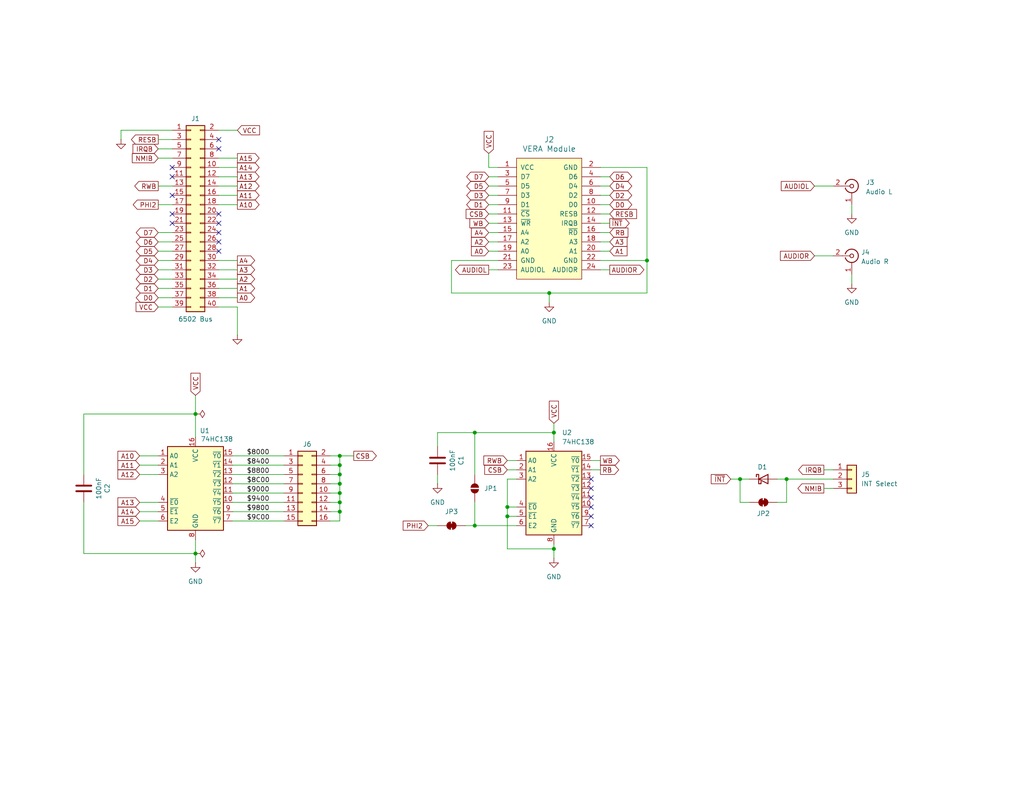
<source format=kicad_sch>
(kicad_sch (version 20250114) (generator "eeschema") (generator_version "9.0")
  (paper "USLetter")
  (title_block (title "6502 VERA Helper") (date "2025-11-04") (rev "1.0") (company "A.C. Wright Design"))
  (lib_symbols
    (symbol "6502 Parts:PJRAN1X1U02X" (pin_names (offset 1.016) (hide yes)) (in_bom no)
      (property "Reference" "J" (at 0.254 3.048 0))
      (property "Value" "PJRAN1X1U02X" (at 2.921 0 90))
      (symbol "PJRAN1X1U02X_0_1"
        (polyline (pts (xy -2.54 0) (xy -0.508 0)))
        (arc (start 1.778 0) (mid 0.222 -1.8079) (end -1.778 -0.508) (stroke (width 0.254)))
        (arc (start -1.778 0.508) (mid 0.2221 1.8084) (end 1.778 0) (stroke (width 0.254)))
        (circle (center 0 0) (radius 0.508) (stroke (width 0.2032)))
        (polyline (pts (xy 0 -2.54) (xy 0 -1.778)))
      )
      (symbol "PJRAN1X1U02X_1_1"
        (pin passive line (at -5.08 0 0) (length 2.54) (name "In") (number "2"))
        (pin passive line (at 0 -5.08 90) (length 2.54) (name "Ext") (number "1"))
      )
    )
    (symbol "6502 Parts:VERA Module" (pin_names (offset 1.016))
      (property "Reference" "J" (at 4.826 6.858 0))
      (property "Value" "VERA Module" (at 4.826 4.318 0))
      (symbol "VERA Module_1_0"
        (pin power_in line (at 0 0 0) (length 5.08) (name "VCC") (number "1"))
        (pin bidirectional line (at 0 -2.54 0) (length 5.08) (name "D7") (number "3"))
        (pin bidirectional line (at 0 -5.08 0) (length 5.08) (name "D5") (number "5"))
        (pin bidirectional line (at 0 -7.62 0) (length 5.08) (name "D3") (number "7"))
        (pin bidirectional line (at 0 -10.16 0) (length 5.08) (name "D1") (number "9"))
        (pin input line (at 0 -12.7 0) (length 5.08) (name "~{CS}") (number "11"))
        (pin input line (at 0 -15.24 0) (length 5.08) (name "~{WR}") (number "13"))
        (pin input line (at 0 -17.78 0) (length 5.08) (name "A4") (number "15"))
        (pin input line (at 0 -20.32 0) (length 5.08) (name "A2") (number "17"))
        (pin input line (at 0 -22.86 0) (length 5.08) (name "A0") (number "19"))
        (pin power_in line (at 0 -25.4 0) (length 5.08) (name "GND") (number "21"))
        (pin output line (at 0 -27.94 0) (length 5.08) (name "AUDIOL") (number "23"))
        (pin power_in line (at 27.94 0 180) (length 5.08) (name "GND") (number "2"))
        (pin bidirectional line (at 27.94 -2.54 180) (length 5.08) (name "D6") (number "4"))
        (pin bidirectional line (at 27.94 -5.08 180) (length 5.08) (name "D4") (number "6"))
        (pin bidirectional line (at 27.94 -7.62 180) (length 5.08) (name "D2") (number "8"))
        (pin bidirectional line (at 27.94 -10.16 180) (length 5.08) (name "D0") (number "10"))
        (pin input line (at 27.94 -12.7 180) (length 5.08) (name "RESB") (number "12"))
        (pin output line (at 27.94 -15.24 180) (length 5.08) (name "IRQB") (number "14"))
        (pin input line (at 27.94 -17.78 180) (length 5.08) (name "~{RD}") (number "16"))
        (pin input line (at 27.94 -20.32 180) (length 5.08) (name "A3") (number "18"))
        (pin input line (at 27.94 -22.86 180) (length 5.08) (name "A1") (number "20"))
        (pin power_in line (at 27.94 -25.4 180) (length 5.08) (name "GND") (number "22"))
        (pin output line (at 27.94 -27.94 180) (length 5.08) (name "AUDIOR") (number "24"))
      )
      (symbol "VERA Module_1_1"
        (rectangle (start 5.08 2.54) (end 22.86 -30.48) (fill (type background)))
      )
    )
    (symbol "74xx:74HC138"
      (property "Reference" "U" (at -7.62 13.97 0))
      (property "Value" "74HC138" (at 2.54 -11.43 0))
      (symbol "74HC138_0_1"
        (rectangle (start -7.62 12.7) (end 7.62 -10.16) (stroke (width 0.254)) (fill (type background)))
      )
      (symbol "74HC138_1_1"
        (pin input line (at -10.16 10.16 0) (length 2.54) (name "A0") (number "1"))
        (pin input line (at -10.16 7.62 0) (length 2.54) (name "A1") (number "2"))
        (pin input line (at -10.16 5.08 0) (length 2.54) (name "A2") (number "3"))
        (pin input line (at -10.16 -2.54 0) (length 2.54) (name "~{E0}") (number "4"))
        (pin input line (at -10.16 -5.08 0) (length 2.54) (name "~{E1}") (number "5"))
        (pin input line (at -10.16 -7.62 0) (length 2.54) (name "E2") (number "6"))
        (pin power_in line (at 0 15.24 270) (length 2.54) (name "VCC") (number "16"))
        (pin power_in line (at 0 -12.7 90) (length 2.54) (name "GND") (number "8"))
        (pin output line (at 10.16 10.16 180) (length 2.54) (name "~{Y0}") (number "15"))
        (pin output line (at 10.16 7.62 180) (length 2.54) (name "~{Y1}") (number "14"))
        (pin output line (at 10.16 5.08 180) (length 2.54) (name "~{Y2}") (number "13"))
        (pin output line (at 10.16 2.54 180) (length 2.54) (name "~{Y3}") (number "12"))
        (pin output line (at 10.16 0 180) (length 2.54) (name "~{Y4}") (number "11"))
        (pin output line (at 10.16 -2.54 180) (length 2.54) (name "~{Y5}") (number "10"))
        (pin output line (at 10.16 -5.08 180) (length 2.54) (name "~{Y6}") (number "9"))
        (pin output line (at 10.16 -7.62 180) (length 2.54) (name "~{Y7}") (number "7"))
      )
    )
    (symbol "Connector_Generic:Conn_01x03" (pin_names (offset 1.016) (hide yes))
      (property "Reference" "J" (at 0 5.08 0))
      (property "Value" "Conn_01x03" (at 0 -5.08 0))
      (symbol "Conn_01x03_1_1"
        (rectangle (start -1.27 3.81) (end 1.27 -3.81) (stroke (width 0.254)) (fill (type background)))
        (rectangle (start -1.27 2.667) (end 0 2.413) (stroke (width 0.1524)))
        (rectangle (start -1.27 0.127) (end 0 -0.127) (stroke (width 0.1524)))
        (rectangle (start -1.27 -2.413) (end 0 -2.667) (stroke (width 0.1524)))
        (pin passive line (at -5.08 2.54 0) (length 3.81) (name "Pin_1") (number "1"))
        (pin passive line (at -5.08 0 0) (length 3.81) (name "Pin_2") (number "2"))
        (pin passive line (at -5.08 -2.54 0) (length 3.81) (name "Pin_3") (number "3"))
      )
    )
    (symbol "Connector_Generic:Conn_02x08_Odd_Even" (pin_names (offset 1.016) (hide yes))
      (property "Reference" "J" (at 1.27 10.16 0))
      (property "Value" "Conn_02x08_Odd_Even" (at 1.27 -12.7 0))
      (symbol "Conn_02x08_Odd_Even_1_1"
        (rectangle (start -1.27 8.89) (end 3.81 -11.43) (stroke (width 0.254)) (fill (type background)))
        (rectangle (start -1.27 7.747) (end 0 7.493) (stroke (width 0.1524)))
        (rectangle (start -1.27 5.207) (end 0 4.953) (stroke (width 0.1524)))
        (rectangle (start -1.27 2.667) (end 0 2.413) (stroke (width 0.1524)))
        (rectangle (start -1.27 0.127) (end 0 -0.127) (stroke (width 0.1524)))
        (rectangle (start -1.27 -2.413) (end 0 -2.667) (stroke (width 0.1524)))
        (rectangle (start -1.27 -4.953) (end 0 -5.207) (stroke (width 0.1524)))
        (rectangle (start -1.27 -7.493) (end 0 -7.747) (stroke (width 0.1524)))
        (rectangle (start -1.27 -10.033) (end 0 -10.287) (stroke (width 0.1524)))
        (rectangle (start 3.81 7.747) (end 2.54 7.493) (stroke (width 0.1524)))
        (rectangle (start 3.81 5.207) (end 2.54 4.953) (stroke (width 0.1524)))
        (rectangle (start 3.81 2.667) (end 2.54 2.413) (stroke (width 0.1524)))
        (rectangle (start 3.81 0.127) (end 2.54 -0.127) (stroke (width 0.1524)))
        (rectangle (start 3.81 -2.413) (end 2.54 -2.667) (stroke (width 0.1524)))
        (rectangle (start 3.81 -4.953) (end 2.54 -5.207) (stroke (width 0.1524)))
        (rectangle (start 3.81 -7.493) (end 2.54 -7.747) (stroke (width 0.1524)))
        (rectangle (start 3.81 -10.033) (end 2.54 -10.287) (stroke (width 0.1524)))
        (pin passive line (at -5.08 7.62 0) (length 3.81) (name "Pin_1") (number "1"))
        (pin passive line (at -5.08 5.08 0) (length 3.81) (name "Pin_3") (number "3"))
        (pin passive line (at -5.08 2.54 0) (length 3.81) (name "Pin_5") (number "5"))
        (pin passive line (at -5.08 0 0) (length 3.81) (name "Pin_7") (number "7"))
        (pin passive line (at -5.08 -2.54 0) (length 3.81) (name "Pin_9") (number "9"))
        (pin passive line (at -5.08 -5.08 0) (length 3.81) (name "Pin_11") (number "11"))
        (pin passive line (at -5.08 -7.62 0) (length 3.81) (name "Pin_13") (number "13"))
        (pin passive line (at -5.08 -10.16 0) (length 3.81) (name "Pin_15") (number "15"))
        (pin passive line (at 7.62 7.62 180) (length 3.81) (name "Pin_2") (number "2"))
        (pin passive line (at 7.62 5.08 180) (length 3.81) (name "Pin_4") (number "4"))
        (pin passive line (at 7.62 2.54 180) (length 3.81) (name "Pin_6") (number "6"))
        (pin passive line (at 7.62 0 180) (length 3.81) (name "Pin_8") (number "8"))
        (pin passive line (at 7.62 -2.54 180) (length 3.81) (name "Pin_10") (number "10"))
        (pin passive line (at 7.62 -5.08 180) (length 3.81) (name "Pin_12") (number "12"))
        (pin passive line (at 7.62 -7.62 180) (length 3.81) (name "Pin_14") (number "14"))
        (pin passive line (at 7.62 -10.16 180) (length 3.81) (name "Pin_16") (number "16"))
      )
    )
    (symbol "Connector_Generic:Conn_02x20_Odd_Even" (pin_names (offset 1.016) (hide yes))
      (property "Reference" "J" (at 1.27 25.4 0))
      (property "Value" "Conn_02x20_Odd_Even" (at 1.27 -27.94 0))
      (symbol "Conn_02x20_Odd_Even_1_1"
        (rectangle (start -1.27 24.13) (end 3.81 -26.67) (stroke (width 0.254)) (fill (type background)))
        (rectangle (start -1.27 22.987) (end 0 22.733) (stroke (width 0.1524)))
        (rectangle (start -1.27 20.447) (end 0 20.193) (stroke (width 0.1524)))
        (rectangle (start -1.27 17.907) (end 0 17.653) (stroke (width 0.1524)))
        (rectangle (start -1.27 15.367) (end 0 15.113) (stroke (width 0.1524)))
        (rectangle (start -1.27 12.827) (end 0 12.573) (stroke (width 0.1524)))
        (rectangle (start -1.27 10.287) (end 0 10.033) (stroke (width 0.1524)))
        (rectangle (start -1.27 7.747) (end 0 7.493) (stroke (width 0.1524)))
        (rectangle (start -1.27 5.207) (end 0 4.953) (stroke (width 0.1524)))
        (rectangle (start -1.27 2.667) (end 0 2.413) (stroke (width 0.1524)))
        (rectangle (start -1.27 0.127) (end 0 -0.127) (stroke (width 0.1524)))
        (rectangle (start -1.27 -2.413) (end 0 -2.667) (stroke (width 0.1524)))
        (rectangle (start -1.27 -4.953) (end 0 -5.207) (stroke (width 0.1524)))
        (rectangle (start -1.27 -7.493) (end 0 -7.747) (stroke (width 0.1524)))
        (rectangle (start -1.27 -10.033) (end 0 -10.287) (stroke (width 0.1524)))
        (rectangle (start -1.27 -12.573) (end 0 -12.827) (stroke (width 0.1524)))
        (rectangle (start -1.27 -15.113) (end 0 -15.367) (stroke (width 0.1524)))
        (rectangle (start -1.27 -17.653) (end 0 -17.907) (stroke (width 0.1524)))
        (rectangle (start -1.27 -20.193) (end 0 -20.447) (stroke (width 0.1524)))
        (rectangle (start -1.27 -22.733) (end 0 -22.987) (stroke (width 0.1524)))
        (rectangle (start -1.27 -25.273) (end 0 -25.527) (stroke (width 0.1524)))
        (rectangle (start 3.81 22.987) (end 2.54 22.733) (stroke (width 0.1524)))
        (rectangle (start 3.81 20.447) (end 2.54 20.193) (stroke (width 0.1524)))
        (rectangle (start 3.81 17.907) (end 2.54 17.653) (stroke (width 0.1524)))
        (rectangle (start 3.81 15.367) (end 2.54 15.113) (stroke (width 0.1524)))
        (rectangle (start 3.81 12.827) (end 2.54 12.573) (stroke (width 0.1524)))
        (rectangle (start 3.81 10.287) (end 2.54 10.033) (stroke (width 0.1524)))
        (rectangle (start 3.81 7.747) (end 2.54 7.493) (stroke (width 0.1524)))
        (rectangle (start 3.81 5.207) (end 2.54 4.953) (stroke (width 0.1524)))
        (rectangle (start 3.81 2.667) (end 2.54 2.413) (stroke (width 0.1524)))
        (rectangle (start 3.81 0.127) (end 2.54 -0.127) (stroke (width 0.1524)))
        (rectangle (start 3.81 -2.413) (end 2.54 -2.667) (stroke (width 0.1524)))
        (rectangle (start 3.81 -4.953) (end 2.54 -5.207) (stroke (width 0.1524)))
        (rectangle (start 3.81 -7.493) (end 2.54 -7.747) (stroke (width 0.1524)))
        (rectangle (start 3.81 -10.033) (end 2.54 -10.287) (stroke (width 0.1524)))
        (rectangle (start 3.81 -12.573) (end 2.54 -12.827) (stroke (width 0.1524)))
        (rectangle (start 3.81 -15.113) (end 2.54 -15.367) (stroke (width 0.1524)))
        (rectangle (start 3.81 -17.653) (end 2.54 -17.907) (stroke (width 0.1524)))
        (rectangle (start 3.81 -20.193) (end 2.54 -20.447) (stroke (width 0.1524)))
        (rectangle (start 3.81 -22.733) (end 2.54 -22.987) (stroke (width 0.1524)))
        (rectangle (start 3.81 -25.273) (end 2.54 -25.527) (stroke (width 0.1524)))
        (pin passive line (at -5.08 22.86 0) (length 3.81) (name "Pin_1") (number "1"))
        (pin passive line (at -5.08 20.32 0) (length 3.81) (name "Pin_3") (number "3"))
        (pin passive line (at -5.08 17.78 0) (length 3.81) (name "Pin_5") (number "5"))
        (pin passive line (at -5.08 15.24 0) (length 3.81) (name "Pin_7") (number "7"))
        (pin passive line (at -5.08 12.7 0) (length 3.81) (name "Pin_9") (number "9"))
        (pin passive line (at -5.08 10.16 0) (length 3.81) (name "Pin_11") (number "11"))
        (pin passive line (at -5.08 7.62 0) (length 3.81) (name "Pin_13") (number "13"))
        (pin passive line (at -5.08 5.08 0) (length 3.81) (name "Pin_15") (number "15"))
        (pin passive line (at -5.08 2.54 0) (length 3.81) (name "Pin_17") (number "17"))
        (pin passive line (at -5.08 0 0) (length 3.81) (name "Pin_19") (number "19"))
        (pin passive line (at -5.08 -2.54 0) (length 3.81) (name "Pin_21") (number "21"))
        (pin passive line (at -5.08 -5.08 0) (length 3.81) (name "Pin_23") (number "23"))
        (pin passive line (at -5.08 -7.62 0) (length 3.81) (name "Pin_25") (number "25"))
        (pin passive line (at -5.08 -10.16 0) (length 3.81) (name "Pin_27") (number "27"))
        (pin passive line (at -5.08 -12.7 0) (length 3.81) (name "Pin_29") (number "29"))
        (pin passive line (at -5.08 -15.24 0) (length 3.81) (name "Pin_31") (number "31"))
        (pin passive line (at -5.08 -17.78 0) (length 3.81) (name "Pin_33") (number "33"))
        (pin passive line (at -5.08 -20.32 0) (length 3.81) (name "Pin_35") (number "35"))
        (pin passive line (at -5.08 -22.86 0) (length 3.81) (name "Pin_37") (number "37"))
        (pin passive line (at -5.08 -25.4 0) (length 3.81) (name "Pin_39") (number "39"))
        (pin passive line (at 7.62 22.86 180) (length 3.81) (name "Pin_2") (number "2"))
        (pin passive line (at 7.62 20.32 180) (length 3.81) (name "Pin_4") (number "4"))
        (pin passive line (at 7.62 17.78 180) (length 3.81) (name "Pin_6") (number "6"))
        (pin passive line (at 7.62 15.24 180) (length 3.81) (name "Pin_8") (number "8"))
        (pin passive line (at 7.62 12.7 180) (length 3.81) (name "Pin_10") (number "10"))
        (pin passive line (at 7.62 10.16 180) (length 3.81) (name "Pin_12") (number "12"))
        (pin passive line (at 7.62 7.62 180) (length 3.81) (name "Pin_14") (number "14"))
        (pin passive line (at 7.62 5.08 180) (length 3.81) (name "Pin_16") (number "16"))
        (pin passive line (at 7.62 2.54 180) (length 3.81) (name "Pin_18") (number "18"))
        (pin passive line (at 7.62 0 180) (length 3.81) (name "Pin_20") (number "20"))
        (pin passive line (at 7.62 -2.54 180) (length 3.81) (name "Pin_22") (number "22"))
        (pin passive line (at 7.62 -5.08 180) (length 3.81) (name "Pin_24") (number "24"))
        (pin passive line (at 7.62 -7.62 180) (length 3.81) (name "Pin_26") (number "26"))
        (pin passive line (at 7.62 -10.16 180) (length 3.81) (name "Pin_28") (number "28"))
        (pin passive line (at 7.62 -12.7 180) (length 3.81) (name "Pin_30") (number "30"))
        (pin passive line (at 7.62 -15.24 180) (length 3.81) (name "Pin_32") (number "32"))
        (pin passive line (at 7.62 -17.78 180) (length 3.81) (name "Pin_34") (number "34"))
        (pin passive line (at 7.62 -20.32 180) (length 3.81) (name "Pin_36") (number "36"))
        (pin passive line (at 7.62 -22.86 180) (length 3.81) (name "Pin_38") (number "38"))
        (pin passive line (at 7.62 -25.4 180) (length 3.81) (name "Pin_40") (number "40"))
      )
    )
    (symbol "Device:C" (pin_numbers (hide yes)) (pin_names (offset 0.254))
      (property "Reference" "C" (at 0.635 2.54 0))
      (property "Value" "C" (at 0.635 -2.54 0))
      (symbol "C_0_1"
        (polyline (pts (xy -2.032 0.762) (xy 2.032 0.762)) (stroke (width 0.508)))
        (polyline (pts (xy -2.032 -0.762) (xy 2.032 -0.762)) (stroke (width 0.508)))
      )
      (symbol "C_1_1"
        (pin passive line (at 0 3.81 270) (length 2.794) (name "~") (number "1"))
        (pin passive line (at 0 -3.81 90) (length 2.794) (name "~") (number "2"))
      )
    )
    (symbol "Device:D_Schottky" (pin_numbers (hide yes)) (pin_names (offset 1.016) (hide yes))
      (property "Reference" "D" (at 0 2.54 0))
      (property "Value" "D_Schottky" (at 0 -2.54 0))
      (symbol "D_Schottky_0_1"
        (polyline (pts (xy -1.905 0.635) (xy -1.905 1.27) (xy -1.27 1.27) (xy -1.27 -1.27) (xy -0.635 -1.27) (xy -0.635 -0.635)) (stroke (width 0.254)))
        (polyline (pts (xy 1.27 1.27) (xy 1.27 -1.27) (xy -1.27 0) (xy 1.27 1.27)) (stroke (width 0.254)))
        (polyline (pts (xy 1.27 0) (xy -1.27 0)))
      )
      (symbol "D_Schottky_1_1"
        (pin passive line (at -3.81 0 0) (length 2.54) (name "K") (number "1"))
        (pin passive line (at 3.81 0 180) (length 2.54) (name "A") (number "2"))
      )
    )
    (symbol "Jumper:SolderJumper_2_Bridged" (pin_numbers (hide yes)) (pin_names (offset 0) (hide yes)) (exclude_from_sim yes) (in_bom no)
      (property "Reference" "JP" (at 0 2.032 0))
      (property "Value" "SolderJumper_2_Bridged" (at 0 -2.54 0))
      (symbol "SolderJumper_2_Bridged_0_1"
        (rectangle (start -0.508 0.508) (end 0.508 -0.508) (fill (type outline)))
        (polyline (pts (xy -0.254 1.016) (xy -0.254 -1.016)))
        (arc (start -0.254 -1.016) (mid -1.2656 0) (end -0.254 1.016))
        (arc (start -0.254 -1.016) (mid -1.2656 0) (end -0.254 1.016) (fill (type outline)))
        (arc (start 0.254 1.016) (mid 1.2656 0) (end 0.254 -1.016))
        (arc (start 0.254 1.016) (mid 1.2656 0) (end 0.254 -1.016) (fill (type outline)))
        (polyline (pts (xy 0.254 1.016) (xy 0.254 -1.016)))
      )
      (symbol "SolderJumper_2_Bridged_1_1"
        (pin passive line (at -3.81 0 0) (length 2.54) (name "A") (number "1"))
        (pin passive line (at 3.81 0 180) (length 2.54) (name "B") (number "2"))
      )
    )
    (symbol "Jumper:SolderJumper_2_Open" (pin_numbers (hide yes)) (pin_names (offset 0) (hide yes)) (exclude_from_sim yes) (in_bom no)
      (property "Reference" "JP" (at 0 2.032 0))
      (property "Value" "SolderJumper_2_Open" (at 0 -2.54 0))
      (symbol "SolderJumper_2_Open_0_1"
        (polyline (pts (xy -0.254 1.016) (xy -0.254 -1.016)))
        (arc (start -0.254 -1.016) (mid -1.2656 0) (end -0.254 1.016))
        (arc (start -0.254 -1.016) (mid -1.2656 0) (end -0.254 1.016) (fill (type outline)))
        (arc (start 0.254 1.016) (mid 1.2656 0) (end 0.254 -1.016))
        (arc (start 0.254 1.016) (mid 1.2656 0) (end 0.254 -1.016) (fill (type outline)))
        (polyline (pts (xy 0.254 1.016) (xy 0.254 -1.016)))
      )
      (symbol "SolderJumper_2_Open_1_1"
        (pin passive line (at -3.81 0 0) (length 2.54) (name "A") (number "1"))
        (pin passive line (at 3.81 0 180) (length 2.54) (name "B") (number "2"))
      )
    )
    (symbol "SolderJumper_2_Bridged_1" (pin_numbers (hide yes)) (pin_names (offset 0) (hide yes)) (in_bom no)
      (property "Reference" "JP" (at 0 2.032 0))
      (property "Value" "SolderJumper_2_Bridged" (at 0 -2.54 0))
      (symbol "SolderJumper_2_Bridged_1_0_1"
        (rectangle (start -0.508 0.508) (end 0.508 -0.508) (fill (type outline)))
        (polyline (pts (xy -0.254 1.016) (xy -0.254 -1.016)))
        (arc (start -0.254 -1.016) (mid -1.2656 0) (end -0.254 1.016))
        (arc (start -0.254 -1.016) (mid -1.2656 0) (end -0.254 1.016) (fill (type outline)))
        (arc (start 0.254 1.016) (mid 1.2656 0) (end 0.254 -1.016))
        (arc (start 0.254 1.016) (mid 1.2656 0) (end 0.254 -1.016) (fill (type outline)))
        (polyline (pts (xy 0.254 1.016) (xy 0.254 -1.016)))
      )
      (symbol "SolderJumper_2_Bridged_1_1_1"
        (pin passive line (at -3.81 0 0) (length 2.54) (name "A") (number "1"))
        (pin passive line (at 3.81 0 180) (length 2.54) (name "B") (number "2"))
      )
    )
    (symbol "power:GND" (power) (pin_numbers (hide yes)) (pin_names (offset 0) (hide yes))
      (property "Value" "GND" (at 0 -3.81 0))
      (symbol "GND_0_1"
        (polyline (pts (xy 0 0) (xy 0 -1.27) (xy 1.27 -1.27) (xy 0 -2.54) (xy -1.27 -1.27) (xy 0 -1.27)))
      )
      (symbol "GND_1_1"
        (pin power_in line (at 0 0 270) (length 0) (name "~") (number "1"))
      )
    )
    (symbol "power:PWR_FLAG" (power) (pin_numbers (hide yes)) (pin_names (offset 0) (hide yes))
      (property "Value" "PWR_FLAG" (at 0 3.81 0))
      (symbol "PWR_FLAG_0_0"
        (pin power_out line (at 0 0 90) (length 0) (name "~") (number "1"))
      )
      (symbol "PWR_FLAG_0_1"
        (polyline (pts (xy 0 0) (xy 0 1.27) (xy -1.016 1.905) (xy 0 2.54) (xy 1.016 1.905) (xy 0 1.27)))
      )
    )
  )
  (junction (at 92.71 139.7))
  (junction (at 92.71 132.08))
  (junction (at 92.71 134.62))
  (junction (at 151.13 149.86))
  (junction (at 138.43 140.97))
  (junction (at 151.13 118.11))
  (junction (at 201.93 130.81))
  (junction (at 92.71 137.16))
  (junction (at 129.54 118.11))
  (junction (at 138.43 138.43))
  (junction (at 129.54 143.51))
  (junction (at 53.34 151.13))
  (junction (at 214.63 130.81))
  (junction (at 176.53 71.12))
  (junction (at 149.86 80.01))
  (junction (at 92.71 127))
  (junction (at 92.71 129.54))
  (junction (at 92.71 124.46))
  (junction (at 53.34 113.03))
  (no_connect (at 161.29 130.81))
  (no_connect (at 161.29 133.35))
  (no_connect (at 161.29 143.51))
  (no_connect (at 161.29 135.89))
  (no_connect (at 59.69 40.64))
  (no_connect (at 46.99 58.42))
  (no_connect (at 46.99 45.72))
  (no_connect (at 46.99 60.96))
  (no_connect (at 161.29 140.97))
  (no_connect (at 161.29 138.43))
  (no_connect (at 46.99 53.34))
  (no_connect (at 59.69 66.04))
  (no_connect (at 46.99 48.26))
  (no_connect (at 59.69 38.1))
  (no_connect (at 59.69 58.42))
  (no_connect (at 59.69 68.58))
  (no_connect (at 59.69 63.5))
  (no_connect (at 59.69 60.96))
  (wire (pts (xy 59.69 45.72) (xy 64.77 45.72)))
  (wire (pts (xy 161.29 128.27) (xy 163.83 128.27)))
  (wire (pts (xy 119.38 121.92) (xy 119.38 118.11)))
  (wire (pts (xy 43.18 66.04) (xy 46.99 66.04)))
  (wire (pts (xy 163.83 55.88) (xy 166.37 55.88)))
  (wire (pts (xy 201.93 130.81) (xy 204.47 130.81)))
  (wire (pts (xy 163.83 50.8) (xy 166.37 50.8)))
  (wire (pts (xy 92.71 134.62) (xy 90.17 134.62)))
  (wire (pts (xy 123.19 80.01) (xy 149.86 80.01)))
  (wire (pts (xy 92.71 134.62) (xy 92.71 132.08)))
  (wire (pts (xy 63.5 137.16) (xy 77.47 137.16)))
  (wire (pts (xy 222.25 50.8) (xy 227.33 50.8)))
  (wire (pts (xy 46.99 63.5) (xy 43.18 63.5)))
  (wire (pts (xy 212.09 137.16) (xy 214.63 137.16)))
  (wire (pts (xy 92.71 127) (xy 92.71 124.46)))
  (wire (pts (xy 33.02 35.56) (xy 46.99 35.56)))
  (wire (pts (xy 22.86 151.13) (xy 22.86 137.16)))
  (wire (pts (xy 129.54 143.51) (xy 140.97 143.51)))
  (wire (pts (xy 151.13 115.57) (xy 151.13 118.11)))
  (wire (pts (xy 129.54 118.11) (xy 151.13 118.11)))
  (wire (pts (xy 163.83 73.66) (xy 166.37 73.66)))
  (wire (pts (xy 151.13 149.86) (xy 151.13 152.4)))
  (wire (pts (xy 90.17 142.24) (xy 92.71 142.24)))
  (wire (pts (xy 63.5 132.08) (xy 77.47 132.08)))
  (wire (pts (xy 59.69 55.88) (xy 64.77 55.88)))
  (wire (pts (xy 46.99 78.74) (xy 43.18 78.74)))
  (wire (pts (xy 53.34 113.03) (xy 22.86 113.03)))
  (wire (pts (xy 43.18 38.1) (xy 46.99 38.1)))
  (wire (pts (xy 133.35 55.88) (xy 135.89 55.88)))
  (wire (pts (xy 59.69 53.34) (xy 64.77 53.34)))
  (wire (pts (xy 133.35 48.26) (xy 135.89 48.26)))
  (wire (pts (xy 63.5 142.24) (xy 77.47 142.24)))
  (wire (pts (xy 163.83 66.04) (xy 166.37 66.04)))
  (wire (pts (xy 133.35 63.5) (xy 135.89 63.5)))
  (wire (pts (xy 38.1 139.7) (xy 43.18 139.7)))
  (wire (pts (xy 138.43 140.97) (xy 140.97 140.97)))
  (wire (pts (xy 92.71 139.7) (xy 92.71 137.16)))
  (wire (pts (xy 151.13 148.59) (xy 151.13 149.86)))
  (wire (pts (xy 59.69 35.56) (xy 64.77 35.56)))
  (wire (pts (xy 92.71 127) (xy 90.17 127)))
  (wire (pts (xy 163.83 45.72) (xy 176.53 45.72)))
  (wire (pts (xy 138.43 140.97) (xy 138.43 149.86)))
  (wire (pts (xy 138.43 130.81) (xy 138.43 138.43)))
  (wire (pts (xy 46.99 68.58) (xy 43.18 68.58)))
  (wire (pts (xy 38.1 129.54) (xy 43.18 129.54)))
  (wire (pts (xy 92.71 137.16) (xy 92.71 134.62)))
  (wire (pts (xy 133.35 68.58) (xy 135.89 68.58)))
  (wire (pts (xy 38.1 142.24) (xy 43.18 142.24)))
  (wire (pts (xy 43.18 76.2) (xy 46.99 76.2)))
  (wire (pts (xy 22.86 113.03) (xy 22.86 129.54)))
  (wire (pts (xy 138.43 138.43) (xy 138.43 140.97)))
  (wire (pts (xy 22.86 151.13) (xy 53.34 151.13)))
  (wire (pts (xy 133.35 50.8) (xy 135.89 50.8)))
  (wire (pts (xy 63.5 134.62) (xy 77.47 134.62)))
  (wire (pts (xy 129.54 129.54) (xy 129.54 118.11)))
  (wire (pts (xy 43.18 40.64) (xy 46.99 40.64)))
  (wire (pts (xy 116.84 143.51) (xy 119.38 143.51)))
  (wire (pts (xy 129.54 137.16) (xy 129.54 143.51)))
  (wire (pts (xy 140.97 130.81) (xy 138.43 130.81)))
  (wire (pts (xy 224.79 128.27) (xy 227.33 128.27)))
  (wire (pts (xy 201.93 130.81) (xy 201.93 137.16)))
  (wire (pts (xy 163.83 68.58) (xy 166.37 68.58)))
  (wire (pts (xy 43.18 71.12) (xy 46.99 71.12)))
  (wire (pts (xy 138.43 128.27) (xy 140.97 128.27)))
  (wire (pts (xy 135.89 71.12) (xy 123.19 71.12)))
  (wire (pts (xy 201.93 137.16) (xy 204.47 137.16)))
  (wire (pts (xy 59.69 43.18) (xy 64.77 43.18)))
  (wire (pts (xy 119.38 129.54) (xy 119.38 132.08)))
  (wire (pts (xy 127 143.51) (xy 129.54 143.51)))
  (wire (pts (xy 64.77 83.82) (xy 64.77 91.44)))
  (wire (pts (xy 149.86 80.01) (xy 149.86 82.55)))
  (wire (pts (xy 92.71 142.24) (xy 92.71 139.7)))
  (wire (pts (xy 92.71 132.08) (xy 90.17 132.08)))
  (wire (pts (xy 59.69 78.74) (xy 64.77 78.74)))
  (wire (pts (xy 64.77 81.28) (xy 59.69 81.28)))
  (wire (pts (xy 138.43 125.73) (xy 140.97 125.73)))
  (wire (pts (xy 149.86 80.01) (xy 176.53 80.01)))
  (wire (pts (xy 38.1 124.46) (xy 43.18 124.46)))
  (wire (pts (xy 176.53 71.12) (xy 176.53 80.01)))
  (wire (pts (xy 133.35 45.72) (xy 135.89 45.72)))
  (wire (pts (xy 163.83 53.34) (xy 166.37 53.34)))
  (wire (pts (xy 133.35 58.42) (xy 135.89 58.42)))
  (wire (pts (xy 163.83 71.12) (xy 176.53 71.12)))
  (wire (pts (xy 46.99 73.66) (xy 43.18 73.66)))
  (wire (pts (xy 53.34 113.03) (xy 53.34 107.95)))
  (wire (pts (xy 53.34 151.13) (xy 53.34 153.67)))
  (wire (pts (xy 232.41 55.88) (xy 232.41 58.42)))
  (wire (pts (xy 163.83 58.42) (xy 166.37 58.42)))
  (wire (pts (xy 92.71 124.46) (xy 96.52 124.46)))
  (wire (pts (xy 63.5 139.7) (xy 77.47 139.7)))
  (wire (pts (xy 43.18 83.82) (xy 46.99 83.82)))
  (wire (pts (xy 43.18 50.8) (xy 46.99 50.8)))
  (wire (pts (xy 92.71 139.7) (xy 90.17 139.7)))
  (wire (pts (xy 222.25 69.85) (xy 227.33 69.85)))
  (wire (pts (xy 92.71 129.54) (xy 92.71 127)))
  (wire (pts (xy 133.35 66.04) (xy 135.89 66.04)))
  (wire (pts (xy 59.69 50.8) (xy 64.77 50.8)))
  (wire (pts (xy 92.71 132.08) (xy 92.71 129.54)))
  (wire (pts (xy 133.35 41.91) (xy 133.35 45.72)))
  (wire (pts (xy 119.38 118.11) (xy 129.54 118.11)))
  (wire (pts (xy 59.69 83.82) (xy 64.77 83.82)))
  (wire (pts (xy 140.97 138.43) (xy 138.43 138.43)))
  (wire (pts (xy 43.18 55.88) (xy 46.99 55.88)))
  (wire (pts (xy 59.69 73.66) (xy 64.77 73.66)))
  (wire (pts (xy 43.18 81.28) (xy 46.99 81.28)))
  (wire (pts (xy 163.83 60.96) (xy 166.37 60.96)))
  (wire (pts (xy 161.29 125.73) (xy 163.83 125.73)))
  (wire (pts (xy 53.34 147.32) (xy 53.34 151.13)))
  (wire (pts (xy 224.79 133.35) (xy 227.33 133.35)))
  (wire (pts (xy 63.5 124.46) (xy 77.47 124.46)))
  (wire (pts (xy 133.35 60.96) (xy 135.89 60.96)))
  (wire (pts (xy 59.69 48.26) (xy 64.77 48.26)))
  (wire (pts (xy 163.83 48.26) (xy 166.37 48.26)))
  (wire (pts (xy 123.19 71.12) (xy 123.19 80.01)))
  (wire (pts (xy 199.39 130.81) (xy 201.93 130.81)))
  (wire (pts (xy 43.18 43.18) (xy 46.99 43.18)))
  (wire (pts (xy 151.13 118.11) (xy 151.13 120.65)))
  (wire (pts (xy 63.5 129.54) (xy 77.47 129.54)))
  (wire (pts (xy 38.1 137.16) (xy 43.18 137.16)))
  (wire (pts (xy 214.63 137.16) (xy 214.63 130.81)))
  (wire (pts (xy 138.43 149.86) (xy 151.13 149.86)))
  (wire (pts (xy 92.71 137.16) (xy 90.17 137.16)))
  (wire (pts (xy 214.63 130.81) (xy 227.33 130.81)))
  (wire (pts (xy 38.1 127) (xy 43.18 127)))
  (wire (pts (xy 64.77 71.12) (xy 59.69 71.12)))
  (wire (pts (xy 214.63 130.81) (xy 212.09 130.81)))
  (wire (pts (xy 53.34 119.38) (xy 53.34 113.03)))
  (wire (pts (xy 133.35 53.34) (xy 135.89 53.34)))
  (wire (pts (xy 163.83 63.5) (xy 166.37 63.5)))
  (wire (pts (xy 63.5 127) (xy 77.47 127)))
  (wire (pts (xy 33.02 38.1) (xy 33.02 35.56)))
  (wire (pts (xy 176.53 45.72) (xy 176.53 71.12)))
  (wire (pts (xy 90.17 129.54) (xy 92.71 129.54)))
  (wire (pts (xy 64.77 76.2) (xy 59.69 76.2)))
  (wire (pts (xy 133.35 73.66) (xy 135.89 73.66)))
  (wire (pts (xy 90.17 124.46) (xy 92.71 124.46)))
  (wire (pts (xy 232.41 74.93) (xy 232.41 77.47)))
  (label "$8800" (at 67.31 129.54 0))
  (label "$9C00" (at 67.31 142.24 0))
  (label "$8000" (at 67.31 124.46 0))
  (label "$9800" (at 67.31 139.7 0))
  (label "$8400" (at 67.31 127 0))
  (label "$8C00" (at 67.31 132.08 0))
  (label "$9000" (at 67.31 134.62 0))
  (label "$9400" (at 67.31 137.16 0))
  (global_label "IRQB" (shape input) (at 43.18 40.64 180) (property "Intersheetrefs" "${INTERSHEET_REFS}" (effects (hide yes))))
  (global_label "A13" (shape output) (at 64.77 48.26 0) (property "Intersheetrefs" "${INTERSHEET_REFS}" (effects (hide yes))))
  (global_label "D0" (shape bidirectional) (at 43.18 81.28 180) (property "Intersheetrefs" "${INTERSHEET_REFS}" (effects (hide yes))))
  (global_label "A12" (shape input) (at 38.1 129.54 180) (property "Intersheetrefs" "${INTERSHEET_REFS}" (effects (hide yes))))
  (global_label "VCC" (shape input) (at 43.18 83.82 180) (property "Intersheetrefs" "${INTERSHEET_REFS}" (effects (hide yes))))
  (global_label "A12" (shape output) (at 64.77 50.8 0) (property "Intersheetrefs" "${INTERSHEET_REFS}" (effects (hide yes))))
  (global_label "A1" (shape output) (at 64.77 78.74 0) (property "Intersheetrefs" "${INTERSHEET_REFS}" (effects (hide yes))))
  (global_label "NMIB" (shape output) (at 224.79 133.35 180) (property "Intersheetrefs" "${INTERSHEET_REFS}" (effects (hide yes))))
  (global_label "CSB" (shape output) (at 96.52 124.46 0) (property "Intersheetrefs" "${INTERSHEET_REFS}" (effects (hide yes))))
  (global_label "PHI2" (shape output) (at 43.18 55.88 180) (property "Intersheetrefs" "${INTERSHEET_REFS}" (effects (hide yes))))
  (global_label "AUDIOR" (shape input) (at 222.25 69.85 180) (property "Intersheetrefs" "${INTERSHEET_REFS}" (effects (hide yes))))
  (global_label "WB" (shape output) (at 163.83 125.73 0) (property "Intersheetrefs" "${INTERSHEET_REFS}" (effects (hide yes))))
  (global_label "VCC" (shape input) (at 64.77 35.56 0) (property "Intersheetrefs" "${INTERSHEET_REFS}" (effects (hide yes))))
  (global_label "A2" (shape output) (at 64.77 76.2 0) (property "Intersheetrefs" "${INTERSHEET_REFS}" (effects (hide yes))))
  (global_label "D1" (shape bidirectional) (at 43.18 78.74 180) (property "Intersheetrefs" "${INTERSHEET_REFS}" (effects (hide yes))))
  (global_label "A2" (shape input) (at 133.35 66.04 180) (property "Intersheetrefs" "${INTERSHEET_REFS}" (effects (hide yes))))
  (global_label "PHI2" (shape input) (at 116.84 143.51 180) (property "Intersheetrefs" "${INTERSHEET_REFS}" (effects (hide yes))))
  (global_label "A15" (shape input) (at 38.1 142.24 180) (property "Intersheetrefs" "${INTERSHEET_REFS}" (effects (hide yes))))
  (global_label "D4" (shape bidirectional) (at 166.37 50.8 0) (property "Intersheetrefs" "${INTERSHEET_REFS}" (effects (hide yes))))
  (global_label "AUDIOL" (shape output) (at 133.35 73.66 180) (property "Intersheetrefs" "${INTERSHEET_REFS}" (effects (hide yes))))
  (global_label "VCC" (shape input) (at 151.13 115.57 90) (property "Intersheetrefs" "${INTERSHEET_REFS}" (effects (hide yes))))
  (global_label "A13" (shape input) (at 38.1 137.16 180) (property "Intersheetrefs" "${INTERSHEET_REFS}" (effects (hide yes))))
  (global_label "D7" (shape bidirectional) (at 43.18 63.5 180) (property "Intersheetrefs" "${INTERSHEET_REFS}" (effects (hide yes))))
  (global_label "RB" (shape output) (at 163.83 128.27 0) (property "Intersheetrefs" "${INTERSHEET_REFS}" (effects (hide yes))))
  (global_label "RWB" (shape output) (at 43.18 50.8 180) (property "Intersheetrefs" "${INTERSHEET_REFS}" (effects (hide yes))))
  (global_label "A1" (shape input) (at 166.37 68.58 0) (property "Intersheetrefs" "${INTERSHEET_REFS}" (effects (hide yes))))
  (global_label "A14" (shape output) (at 64.77 45.72 0) (property "Intersheetrefs" "${INTERSHEET_REFS}" (effects (hide yes))))
  (global_label "D1" (shape bidirectional) (at 133.35 55.88 180) (property "Intersheetrefs" "${INTERSHEET_REFS}" (effects (hide yes))))
  (global_label "A11" (shape output) (at 64.77 53.34 0) (property "Intersheetrefs" "${INTERSHEET_REFS}" (effects (hide yes))))
  (global_label "D7" (shape bidirectional) (at 133.35 48.26 180) (property "Intersheetrefs" "${INTERSHEET_REFS}" (effects (hide yes))))
  (global_label "WB" (shape input) (at 133.35 60.96 180) (property "Intersheetrefs" "${INTERSHEET_REFS}" (effects (hide yes))))
  (global_label "A4" (shape input) (at 133.35 63.5 180) (property "Intersheetrefs" "${INTERSHEET_REFS}" (effects (hide yes))))
  (global_label "A14" (shape input) (at 38.1 139.7 180) (property "Intersheetrefs" "${INTERSHEET_REFS}" (effects (hide yes))))
  (global_label "~{INT}" (shape output) (at 166.37 60.96 0) (property "Intersheetrefs" "${INTERSHEET_REFS}" (effects (hide yes))))
  (global_label "D2" (shape bidirectional) (at 43.18 76.2 180) (property "Intersheetrefs" "${INTERSHEET_REFS}" (effects (hide yes))))
  (global_label "~{INT}" (shape input) (at 199.39 130.81 180) (property "Intersheetrefs" "${INTERSHEET_REFS}" (effects (hide yes))))
  (global_label "VCC" (shape input) (at 53.34 107.95 90) (property "Intersheetrefs" "${INTERSHEET_REFS}" (effects (hide yes))))
  (global_label "D4" (shape bidirectional) (at 43.18 71.12 180) (property "Intersheetrefs" "${INTERSHEET_REFS}" (effects (hide yes))))
  (global_label "D2" (shape bidirectional) (at 166.37 53.34 0) (property "Intersheetrefs" "${INTERSHEET_REFS}" (effects (hide yes))))
  (global_label "NMIB" (shape input) (at 43.18 43.18 180) (property "Intersheetrefs" "${INTERSHEET_REFS}" (effects (hide yes))))
  (global_label "D3" (shape bidirectional) (at 133.35 53.34 180) (property "Intersheetrefs" "${INTERSHEET_REFS}" (effects (hide yes))))
  (global_label "A4" (shape output) (at 64.77 71.12 0) (property "Intersheetrefs" "${INTERSHEET_REFS}" (effects (hide yes))))
  (global_label "A10" (shape output) (at 64.77 55.88 0) (property "Intersheetrefs" "${INTERSHEET_REFS}" (effects (hide yes))))
  (global_label "CSB" (shape input) (at 133.35 58.42 180) (property "Intersheetrefs" "${INTERSHEET_REFS}" (effects (hide yes))))
  (global_label "RESB" (shape input) (at 166.37 58.42 0) (property "Intersheetrefs" "${INTERSHEET_REFS}" (effects (hide yes))))
  (global_label "VCC" (shape input) (at 133.35 41.91 90) (property "Intersheetrefs" "${INTERSHEET_REFS}" (effects (hide yes))))
  (global_label "D0" (shape bidirectional) (at 166.37 55.88 0) (property "Intersheetrefs" "${INTERSHEET_REFS}" (effects (hide yes))))
  (global_label "IRQB" (shape output) (at 224.79 128.27 180) (property "Intersheetrefs" "${INTERSHEET_REFS}" (effects (hide yes))))
  (global_label "AUDIOL" (shape input) (at 222.25 50.8 180) (property "Intersheetrefs" "${INTERSHEET_REFS}" (effects (hide yes))))
  (global_label "D6" (shape bidirectional) (at 166.37 48.26 0) (property "Intersheetrefs" "${INTERSHEET_REFS}" (effects (hide yes))))
  (global_label "D5" (shape bidirectional) (at 43.18 68.58 180) (property "Intersheetrefs" "${INTERSHEET_REFS}" (effects (hide yes))))
  (global_label "A11" (shape input) (at 38.1 127 180) (property "Intersheetrefs" "${INTERSHEET_REFS}" (effects (hide yes))))
  (global_label "RWB" (shape input) (at 138.43 125.73 180) (property "Intersheetrefs" "${INTERSHEET_REFS}" (effects (hide yes))))
  (global_label "RESB" (shape output) (at 43.18 38.1 180) (property "Intersheetrefs" "${INTERSHEET_REFS}" (effects (hide yes))))
  (global_label "AUDIOR" (shape output) (at 166.37 73.66 0) (property "Intersheetrefs" "${INTERSHEET_REFS}" (effects (hide yes))))
  (global_label "A3" (shape output) (at 64.77 73.66 0) (property "Intersheetrefs" "${INTERSHEET_REFS}" (effects (hide yes))))
  (global_label "A0" (shape input) (at 133.35 68.58 180) (property "Intersheetrefs" "${INTERSHEET_REFS}" (effects (hide yes))))
  (global_label "RB" (shape input) (at 166.37 63.5 0) (property "Intersheetrefs" "${INTERSHEET_REFS}" (effects (hide yes))))
  (global_label "D3" (shape bidirectional) (at 43.18 73.66 180) (property "Intersheetrefs" "${INTERSHEET_REFS}" (effects (hide yes))))
  (global_label "A0" (shape output) (at 64.77 81.28 0) (property "Intersheetrefs" "${INTERSHEET_REFS}" (effects (hide yes))))
  (global_label "D6" (shape bidirectional) (at 43.18 66.04 180) (property "Intersheetrefs" "${INTERSHEET_REFS}" (effects (hide yes))))
  (global_label "CSB" (shape input) (at 138.43 128.27 180) (property "Intersheetrefs" "${INTERSHEET_REFS}" (effects (hide yes))))
  (global_label "A10" (shape input) (at 38.1 124.46 180) (property "Intersheetrefs" "${INTERSHEET_REFS}" (effects (hide yes))))
  (global_label "A3" (shape input) (at 166.37 66.04 0) (property "Intersheetrefs" "${INTERSHEET_REFS}" (effects (hide yes))))
  (global_label "D5" (shape bidirectional) (at 133.35 50.8 180) (property "Intersheetrefs" "${INTERSHEET_REFS}" (effects (hide yes))))
  (global_label "A15" (shape output) (at 64.77 43.18 0) (property "Intersheetrefs" "${INTERSHEET_REFS}" (effects (hide yes))))
  (symbol (lib_id "74xx:74HC138") (at 53.34 134.62 0) (unit 1) (in_bom no)
    (property "Reference" "U1" (at 55.88 117.602 0))
    (property "Value" "74HC138" (at 59.182 119.888 0))
    (property "Footprint" "Package_DIP:DIP-16_W7.62mm_Socket_LongPads" (effects (hide yes)))
    (property "Datasheet" "http://www.ti.com/lit/ds/symlink/cd74hc238.pdf" (effects (hide yes)))
    (property "Description" "3-to-8 line decoder/multiplexer inverting, DIP-16/SOIC-16/SSOP-16" (effects (hide yes)))
    (property "LCSC" "C5602" (effects (hide yes)))
  )
  (symbol (lib_id "power:PWR_FLAG") (at 53.34 113.03 270) (unit 1)
    (property "Reference" "#FLG01" (effects (hide yes)))
    (property "Value" "PWR_FLAG" (effects (hide yes)))
    (property "Description" "Special symbol for telling ERC where power comes from" (effects (hide yes)))
  )
  (symbol (lib_id "6502 Parts:PJRAN1X1U02X") (at 232.41 50.8 0) (unit 1) (in_bom no)
    (property "Reference" "J3" (at 236.22 49.8231 0) (effects (justify left)))
    (property "Value" "Audio L" (at 236.22 52.3631 0) (effects (justify left)))
    (property "Footprint" "6502 Parts:SWITCHCRAFT_PJRAN1X1U02X" (effects (hide yes)))
    (property "Datasheet" "https://www.switchcraft.com/assets/1/24/pjran1x1u__x_series_cd.pdf?4664" (effects (hide yes)))
    (property "Description" "RCA Connector" (effects (hide yes)))
    (property "Digikey" "https://www.digikey.com/en/products/detail/switchcraft-inc/PJRAN1X1U02X/1832412" (effects (hide yes)))
  )
  (symbol (lib_id "6502 Parts:PJRAN1X1U02X") (at 232.41 69.85 0) (unit 1) (in_bom no)
    (property "Reference" "J4" (at 234.95 68.8731 0) (effects (justify left)))
    (property "Value" "Audio R" (at 234.95 71.4131 0) (effects (justify left)))
    (property "Footprint" "6502 Parts:SWITCHCRAFT_PJRAN1X1U02X" (effects (hide yes)))
    (property "Datasheet" "https://www.switchcraft.com/assets/1/24/pjran1x1u__x_series_cd.pdf?4664" (effects (hide yes)))
    (property "Description" "RCA Connector" (effects (hide yes)))
    (property "Digikey" "https://www.digikey.com/en/products/detail/switchcraft-inc/PJRAN1X1U03X/1832413" (effects (hide yes)))
  )
  (symbol (lib_id "power:GND") (at 119.38 132.08 0) (unit 1)
    (property "Reference" "#PWR06" (effects (hide yes)))
    (property "Value" "GND" (at 119.38 137.16 0))
    (property "Description" "Power symbol creates a global label with name \"GND\" , ground" (effects (hide yes)))
  )
  (symbol (lib_id "power:GND") (at 53.34 153.67 0) (unit 1)
    (property "Reference" "#PWR08" (effects (hide yes)))
    (property "Value" "GND" (at 53.34 158.75 0))
    (property "Description" "Power symbol creates a global label with name \"GND\" , ground" (effects (hide yes)))
  )
  (symbol (lib_id "Connector_Generic:Conn_02x08_Odd_Even") (at 82.55 132.08 0) (unit 1) (in_bom no)
    (property "Reference" "J6" (at 83.82 121.285 0))
    (property "Value" "Conn_02x08_Odd_Even" (effects (hide yes)))
    (property "Footprint" "Connector_PinHeader_2.54mm:PinHeader_2x08_P2.54mm_Vertical" (effects (hide yes)))
  )
  (symbol (lib_id "6502 Parts:VERA Module") (at 135.89 45.72 0) (unit 1) (in_bom no)
    (property "Reference" "J2" (at 149.86 38.1 0) (effects (font (size 1.4986 1.4986))))
    (property "Value" "VERA Module" (at 149.86 40.64 0) (effects (font (size 1.4986 1.4986))))
    (property "Footprint" "Connector_PinHeader_2.54mm:PinHeader_2x12_P2.54mm_Vertical" (effects (hide yes)))
  )
  (symbol (lib_id "power:GND") (at 232.41 58.42 0) (unit 1)
    (property "Reference" "#PWR02" (effects (hide yes)))
    (property "Value" "GND" (at 232.41 63.5 0))
    (property "Description" "Power symbol creates a global label with name \"GND\" , ground" (effects (hide yes)))
  )
  (symbol (lib_id "power:GND") (at 149.86 82.55 0) (unit 1)
    (property "Reference" "#PWR04" (effects (hide yes)))
    (property "Value" "GND" (at 149.86 87.63 0))
    (property "Description" "Power symbol creates a global label with name \"GND\" , ground" (effects (hide yes)))
  )
  (symbol (lib_id "power:GND") (at 232.41 77.47 0) (unit 1)
    (property "Reference" "#PWR03" (effects (hide yes)))
    (property "Value" "GND" (at 232.41 82.55 0))
    (property "Description" "Power symbol creates a global label with name \"GND\" , ground" (effects (hide yes)))
  )
  (symbol (lib_id "power:PWR_FLAG") (at 53.34 151.13 270) (unit 1)
    (property "Reference" "#FLG02" (effects (hide yes)))
    (property "Value" "PWR_FLAG" (effects (hide yes)))
    (property "Description" "Special symbol for telling ERC where power comes from" (effects (hide yes)))
  )
  (symbol (lib_id "power:GND") (at 64.77 91.44 0) (unit 1)
    (property "Reference" "#PWR05" (effects (hide yes)))
    (property "Value" "GND" (effects (hide yes)))
    (property "Description" "Power symbol creates a global label with name \"GND\" , ground" (effects (hide yes)))
  )
  (symbol (lib_id "Device:D_Schottky") (at 208.28 130.81 0) (unit 1) (in_bom no)
    (property "Reference" "D1" (at 208.026 127.508 0))
    (property "Value" "D_Schottky" (effects (hide yes)))
    (property "Footprint" "Diode_THT:D_DO-35_SOD27_P7.62mm_Horizontal" (effects (hide yes)))
    (property "Description" "Schottky diode" (effects (hide yes)))
  )
  (symbol (lib_id "Jumper:SolderJumper_2_Open") (at 129.54 133.35 270) (unit 1) (in_bom no)
    (property "Reference" "JP1" (at 132.08 133.3499 90) (effects (justify left)))
    (property "Value" "SolderJumper_2_Open" (effects (hide yes)))
    (property "Footprint" "Jumper:SolderJumper-2_P1.3mm_Open_RoundedPad1.0x1.5mm" (effects (hide yes)))
    (property "Description" "Solder Jumper, 2-pole, open" (effects (hide yes)))
  )
  (symbol (lib_id "power:GND") (at 151.13 152.4 0) (unit 1)
    (property "Reference" "#PWR07" (effects (hide yes)))
    (property "Value" "GND" (at 151.13 157.48 0))
    (property "Description" "Power symbol creates a global label with name \"GND\" , ground" (effects (hide yes)))
  )
  (symbol (lib_name "SolderJumper_2_Bridged_1") (lib_id "Jumper:SolderJumper_2_Bridged") (at 208.28 137.16 0) (unit 1) (in_bom no)
    (property "Reference" "JP2" (at 208.28 140.208 0))
    (property "Value" "SolderJumper_2_Bridged" (effects (hide yes)))
    (property "Footprint" "Jumper:SolderJumper-2_P1.3mm_Bridged_RoundedPad1.0x1.5mm" (effects (hide yes)))
    (property "Description" "Solder Jumper, 2-pole, closed/bridged" (effects (hide yes)))
  )
  (symbol (lib_id "Device:C") (at 22.86 133.35 0) (unit 1) (in_bom no)
    (property "Reference" "C2" (at 29.2608 133.35 90))
    (property "Value" "100nF" (at 26.9494 133.35 90))
    (property "Footprint" "Capacitor_THT:C_Disc_D5.0mm_W2.5mm_P5.00mm" (effects (hide yes)))
    (property "LCSC" "C49678" (effects (hide yes)))
  )
  (symbol (lib_id "Device:C") (at 119.38 125.73 0) (unit 1) (in_bom no)
    (property "Reference" "C1" (at 125.7808 125.73 90))
    (property "Value" "100nF" (at 123.4694 125.73 90))
    (property "Footprint" "Capacitor_THT:C_Disc_D5.0mm_W2.5mm_P5.00mm" (effects (hide yes)))
    (property "LCSC" "C49678" (effects (hide yes)))
  )
  (symbol (lib_id "Jumper:SolderJumper_2_Bridged") (at 123.19 143.51 180) (unit 1) (in_bom no)
    (property "Reference" "JP3" (at 123.19 139.7 0))
    (property "Value" "SolderJumper_2_Bridged" (effects (hide yes)))
    (property "Footprint" "Jumper:SolderJumper-2_P1.3mm_Bridged_RoundedPad1.0x1.5mm" (effects (hide yes)))
    (property "Description" "Solder Jumper, 2-pole, closed/bridged" (effects (hide yes)))
  )
  (symbol (lib_id "74xx:74HC138") (at 151.13 135.89 0) (unit 1) (in_bom no)
    (property "Reference" "U2" (at 153.3241 118.11 0) (effects (justify left)))
    (property "Value" "74HC138" (at 153.3241 120.65 0) (effects (justify left)))
    (property "Footprint" "Package_DIP:DIP-16_W7.62mm_Socket_LongPads" (effects (hide yes)))
    (property "Datasheet" "http://www.ti.com/lit/ds/symlink/cd74hc238.pdf" (effects (hide yes)))
    (property "Description" "3-to-8 line decoder/multiplexer inverting, DIP-16/SOIC-16/SSOP-16" (effects (hide yes)))
    (property "LCSC" "C5602" (effects (hide yes)))
  )
  (symbol (lib_id "Connector_Generic:Conn_02x20_Odd_Even") (at 52.07 58.42 0) (unit 1) (in_bom no)
    (property "Reference" "J1" (at 53.34 32.385 0))
    (property "Value" "6502 Bus" (at 53.34 87.122 0))
    (property "Footprint" "6502 Parts:6502 Bus Connector" (effects (hide yes)))
    (property "Description" "Generic connector, double row, 02x20, odd/even pin numbering scheme (row 1 odd numbers, row 2 even numbers), script generated (kicad-library-utils/schlib/autogen/connector/)" (effects (hide yes)))
  )
  (symbol (lib_id "Connector_Generic:Conn_01x03") (at 232.41 130.81 0) (unit 1) (in_bom no)
    (property "Reference" "J5" (at 234.95 129.5399 0) (effects (justify left)))
    (property "Value" "INT Select" (at 234.95 132.0799 0) (effects (justify left)))
    (property "Footprint" "Connector_PinHeader_2.54mm:PinHeader_1x03_P2.54mm_Vertical" (effects (hide yes)))
    (property "Description" "Generic connector, single row, 01x03, script generated (kicad-library-utils/schlib/autogen/connector/)" (effects (hide yes)))
  )
  (symbol (lib_id "power:GND") (at 33.02 38.1 0) (unit 1)
    (property "Reference" "#PWR01" (effects (hide yes)))
    (property "Value" "GND" (effects (hide yes)))
    (property "Description" "Power symbol creates a global label with name \"GND\" , ground" (effects (hide yes)))
  )
)
</source>
